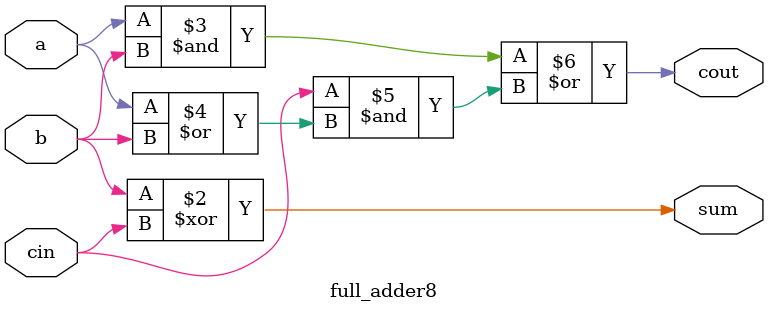
<source format=v>
module full_adder8(a,b,cin,sum,cout);
input a,b,cin;
output sum,cout;
assign sum = 1'b0^b^cin;
assign cout = a&b|cin&(a|b); 
// initial begin
//     $display("The incorrect adder with xor0 having in1/0");
// end   
endmodule

</source>
